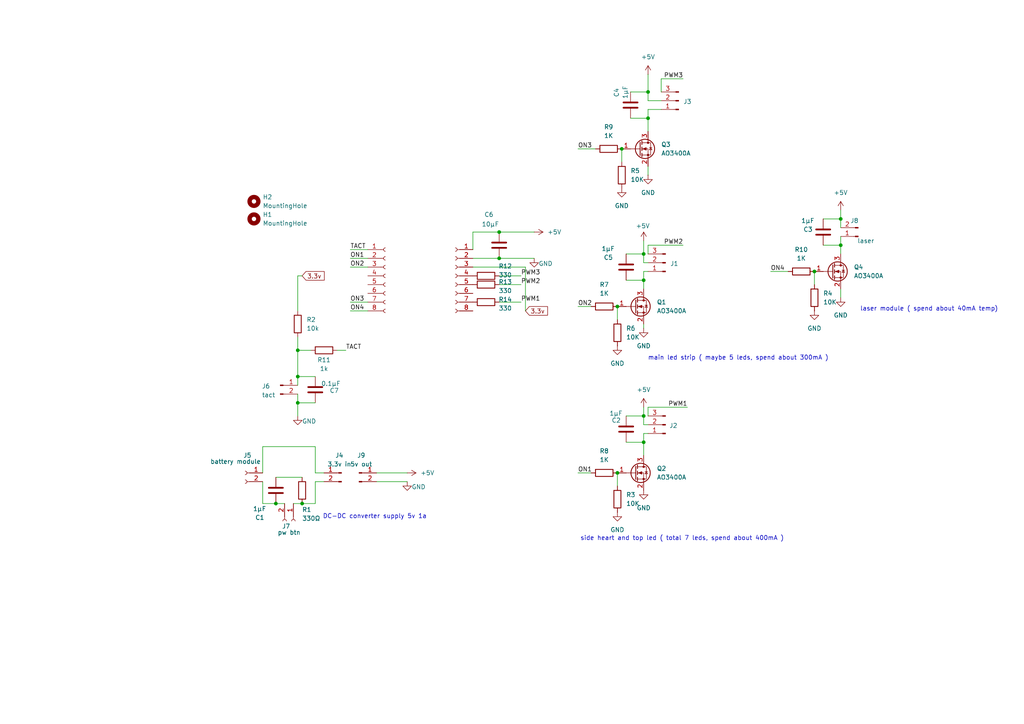
<source format=kicad_sch>
(kicad_sch (version 20250114) (generator "eeschema") (generator_version "9.0")
  (paper "A4")
  (lib_symbols
    (symbol "Connector:Conn_01x02_Pin" (pin_names (offset 1.016) (hide yes))
      (property "Reference" "J" (at 0 2.54 0))
      (property "Value" "Conn_01x02_Pin" (at 0 -5.08 0))
      (symbol "Conn_01x02_Pin_1_1"
        (rectangle (start 0.8636 0.127) (end 0 -0.127) (stroke (width 0.1524)) (fill (type outline)))
        (rectangle (start 0.8636 -2.413) (end 0 -2.667) (stroke (width 0.1524)) (fill (type outline)))
        (polyline (pts (xy 1.27 0) (xy 0.8636 0)) (stroke (width 0.1524)))
        (polyline (pts (xy 1.27 -2.54) (xy 0.8636 -2.54)) (stroke (width 0.1524)))
        (pin passive line (at 5.08 0 180) (length 3.81) (name "Pin_1") (number "1"))
        (pin passive line (at 5.08 -2.54 180) (length 3.81) (name "Pin_2") (number "2"))
      )
    )
    (symbol "Connector:Conn_01x02_Socket" (pin_names (offset 1.016) (hide yes))
      (property "Reference" "J" (at 0 2.54 0))
      (property "Value" "Conn_01x02_Socket" (at 0 -5.08 0))
      (symbol "Conn_01x02_Socket_1_1"
        (polyline (pts (xy -1.27 0) (xy -0.508 0)) (stroke (width 0.1524)))
        (polyline (pts (xy -1.27 -2.54) (xy -0.508 -2.54)) (stroke (width 0.1524)))
        (arc (start 0 -0.508) (mid -0.5058 0) (end 0 0.508) (stroke (width 0.1524)))
        (arc (start 0 -3.048) (mid -0.5058 -2.54) (end 0 -2.032) (stroke (width 0.1524)))
        (pin passive line (at -5.08 0 0) (length 3.81) (name "Pin_1") (number "1"))
        (pin passive line (at -5.08 -2.54 0) (length 3.81) (name "Pin_2") (number "2"))
      )
    )
    (symbol "Connector:Conn_01x03_Pin" (pin_names (offset 1.016) (hide yes))
      (property "Reference" "J" (at 0 5.08 0))
      (property "Value" "Conn_01x03_Pin" (at 0 -5.08 0))
      (symbol "Conn_01x03_Pin_1_1"
        (rectangle (start 0.8636 2.667) (end 0 2.413) (stroke (width 0.1524)) (fill (type outline)))
        (rectangle (start 0.8636 0.127) (end 0 -0.127) (stroke (width 0.1524)) (fill (type outline)))
        (rectangle (start 0.8636 -2.413) (end 0 -2.667) (stroke (width 0.1524)) (fill (type outline)))
        (polyline (pts (xy 1.27 2.54) (xy 0.8636 2.54)) (stroke (width 0.1524)))
        (polyline (pts (xy 1.27 0) (xy 0.8636 0)) (stroke (width 0.1524)))
        (polyline (pts (xy 1.27 -2.54) (xy 0.8636 -2.54)) (stroke (width 0.1524)))
        (pin passive line (at 5.08 2.54 180) (length 3.81) (name "Pin_1") (number "1"))
        (pin passive line (at 5.08 0 180) (length 3.81) (name "Pin_2") (number "2"))
        (pin passive line (at 5.08 -2.54 180) (length 3.81) (name "Pin_3") (number "3"))
      )
    )
    (symbol "Connector:Conn_01x08_Socket" (pin_names (offset 1.016) (hide yes))
      (property "Reference" "J" (at 0 10.16 0))
      (property "Value" "Conn_01x08_Socket" (at 0 -12.7 0))
      (symbol "Conn_01x08_Socket_1_1"
        (polyline (pts (xy -1.27 7.62) (xy -0.508 7.62)) (stroke (width 0.1524)))
        (polyline (pts (xy -1.27 5.08) (xy -0.508 5.08)) (stroke (width 0.1524)))
        (polyline (pts (xy -1.27 2.54) (xy -0.508 2.54)) (stroke (width 0.1524)))
        (polyline (pts (xy -1.27 0) (xy -0.508 0)) (stroke (width 0.1524)))
        (polyline (pts (xy -1.27 -2.54) (xy -0.508 -2.54)) (stroke (width 0.1524)))
        (polyline (pts (xy -1.27 -5.08) (xy -0.508 -5.08)) (stroke (width 0.1524)))
        (polyline (pts (xy -1.27 -7.62) (xy -0.508 -7.62)) (stroke (width 0.1524)))
        (polyline (pts (xy -1.27 -10.16) (xy -0.508 -10.16)) (stroke (width 0.1524)))
        (arc (start 0 7.112) (mid -0.5058 7.62) (end 0 8.128) (stroke (width 0.1524)))
        (arc (start 0 4.572) (mid -0.5058 5.08) (end 0 5.588) (stroke (width 0.1524)))
        (arc (start 0 2.032) (mid -0.5058 2.54) (end 0 3.048) (stroke (width 0.1524)))
        (arc (start 0 -0.508) (mid -0.5058 0) (end 0 0.508) (stroke (width 0.1524)))
        (arc (start 0 -3.048) (mid -0.5058 -2.54) (end 0 -2.032) (stroke (width 0.1524)))
        (arc (start 0 -5.588) (mid -0.5058 -5.08) (end 0 -4.572) (stroke (width 0.1524)))
        (arc (start 0 -8.128) (mid -0.5058 -7.62) (end 0 -7.112) (stroke (width 0.1524)))
        (arc (start 0 -10.668) (mid -0.5058 -10.16) (end 0 -9.652) (stroke (width 0.1524)))
        (pin passive line (at -5.08 7.62 0) (length 3.81) (name "Pin_1") (number "1"))
        (pin passive line (at -5.08 5.08 0) (length 3.81) (name "Pin_2") (number "2"))
        (pin passive line (at -5.08 2.54 0) (length 3.81) (name "Pin_3") (number "3"))
        (pin passive line (at -5.08 0 0) (length 3.81) (name "Pin_4") (number "4"))
        (pin passive line (at -5.08 -2.54 0) (length 3.81) (name "Pin_5") (number "5"))
        (pin passive line (at -5.08 -5.08 0) (length 3.81) (name "Pin_6") (number "6"))
        (pin passive line (at -5.08 -7.62 0) (length 3.81) (name "Pin_7") (number "7"))
        (pin passive line (at -5.08 -10.16 0) (length 3.81) (name "Pin_8") (number "8"))
      )
    )
    (symbol "Device:C" (pin_numbers (hide yes)) (pin_names (offset 0.254))
      (property "Reference" "C" (at 0.635 2.54 0))
      (property "Value" "C" (at 0.635 -2.54 0))
      (symbol "C_0_1"
        (polyline (pts (xy -2.032 0.762) (xy 2.032 0.762)) (stroke (width 0.508)))
        (polyline (pts (xy -2.032 -0.762) (xy 2.032 -0.762)) (stroke (width 0.508)))
      )
      (symbol "C_1_1"
        (pin passive line (at 0 3.81 270) (length 2.794) (name "~") (number "1"))
        (pin passive line (at 0 -3.81 90) (length 2.794) (name "~") (number "2"))
      )
    )
    (symbol "Device:R" (pin_numbers (hide yes)) (pin_names (offset 0))
      (property "Reference" "R" (at 2.032 0 90))
      (property "Value" "R" (at 0 0 90))
      (symbol "R_0_1"
        (rectangle (start -1.016 -2.54) (end 1.016 2.54) (stroke (width 0.254)))
      )
      (symbol "R_1_1"
        (pin passive line (at 0 3.81 270) (length 1.27) (name "~") (number "1"))
        (pin passive line (at 0 -3.81 90) (length 1.27) (name "~") (number "2"))
      )
    )
    (symbol "Mechanical:MountingHole" (pin_names (offset 1.016)) (in_bom no)
      (property "Reference" "H" (at 0 5.08 0))
      (property "Value" "MountingHole" (at 0 3.175 0))
      (symbol "MountingHole_0_1"
        (circle (center 0 0) (radius 1.27) (stroke (width 1.27)))
      )
    )
    (symbol "Transistor_FET:AO3400A" (pin_names (offset 0) (hide yes))
      (property "Reference" "Q" (at 5.08 1.905 0))
      (property "Value" "AO3400A" (at 5.08 0 0))
      (symbol "AO3400A_0_1"
        (polyline (pts (xy 0.254 1.905) (xy 0.254 -1.905)) (stroke (width 0.254)))
        (polyline (pts (xy 0.254 0) (xy -2.54 0)))
        (polyline (pts (xy 0.762 2.286) (xy 0.762 1.27)) (stroke (width 0.254)))
        (polyline (pts (xy 0.762 0.508) (xy 0.762 -0.508)) (stroke (width 0.254)))
        (polyline (pts (xy 0.762 -1.27) (xy 0.762 -2.286)) (stroke (width 0.254)))
        (polyline (pts (xy 0.762 -1.778) (xy 3.302 -1.778) (xy 3.302 1.778) (xy 0.762 1.778)))
        (polyline (pts (xy 1.016 0) (xy 2.032 0.381) (xy 2.032 -0.381) (xy 1.016 0)) (fill (type outline)))
        (circle (center 1.651 0) (radius 2.794) (stroke (width 0.254)))
        (polyline (pts (xy 2.54 2.54) (xy 2.54 1.778)))
        (circle (center 2.54 1.778) (radius 0.254) (fill (type outline)))
        (circle (center 2.54 -1.778) (radius 0.254) (fill (type outline)))
        (polyline (pts (xy 2.54 -2.54) (xy 2.54 0) (xy 0.762 0)))
        (polyline (pts (xy 2.921 0.381) (xy 3.683 0.381)))
        (polyline (pts (xy 3.302 0.381) (xy 2.921 -0.254) (xy 3.683 -0.254) (xy 3.302 0.381)))
      )
      (symbol "AO3400A_1_1"
        (pin input line (at -5.08 0 0) (length 2.54) (name "G") (number "1"))
        (pin passive line (at 2.54 5.08 270) (length 2.54) (name "D") (number "3"))
        (pin passive line (at 2.54 -5.08 90) (length 2.54) (name "S") (number "2"))
      )
    )
    (symbol "power:+5V" (power) (pin_numbers (hide yes)) (pin_names (offset 0) (hide yes))
      (property "Value" "+5V" (at 0 3.556 0))
      (symbol "+5V_0_1"
        (polyline (pts (xy -0.762 1.27) (xy 0 2.54)))
        (polyline (pts (xy 0 2.54) (xy 0.762 1.27)))
        (polyline (pts (xy 0 0) (xy 0 2.54)))
      )
      (symbol "+5V_1_1"
        (pin power_in line (at 0 0 90) (length 0) (name "~") (number "1"))
      )
    )
    (symbol "power:GND" (power) (pin_numbers (hide yes)) (pin_names (offset 0) (hide yes))
      (property "Value" "GND" (at 0 -3.81 0))
      (symbol "GND_0_1"
        (polyline (pts (xy 0 0) (xy 0 -1.27) (xy 1.27 -1.27) (xy 0 -2.54) (xy -1.27 -1.27) (xy 0 -1.27)))
      )
      (symbol "GND_1_1"
        (pin power_in line (at 0 0 270) (length 0) (name "~") (number "1"))
      )
    )
  )
  (text "DC-DC converter supply 5v 1a" (at 108.712 149.86 0) (effects (font (size 1.27 1.27))))
  (text "main led strip ( maybe 5 leds, spend about 300mA )" (at 214.122 103.886 0) (effects (font (size 1.27 1.27))))
  (text "laser module ( spend about 40mA temp)" (at 269.494 89.662 0) (effects (font (size 1.27 1.27))))
  (text "side heart and top led ( total 7 leds, spend about 400mA )\n\n" (at 197.866 157.226 0) (effects (font (size 1.27 1.27))))
  (junction (at 243.84 71.12))
  (junction (at 186.69 81.28))
  (junction (at 179.07 88.9))
  (junction (at 186.69 120.65))
  (junction (at 87.63 146.05))
  (junction (at 187.96 26.67))
  (junction (at 187.96 34.29))
  (junction (at 186.69 128.27))
  (junction (at 80.01 146.05))
  (junction (at 186.69 73.66))
  (junction (at 144.78 74.93))
  (junction (at 86.36 116.84))
  (junction (at 144.78 67.31))
  (junction (at 236.22 78.74))
  (junction (at 86.36 101.6))
  (junction (at 86.36 109.22))
  (junction (at 243.84 63.5))
  (junction (at 180.34 43.18))
  (junction (at 179.07 137.16))
  (wire (pts (xy 187.96 123.19) (xy 186.69 123.19)))
  (wire (pts (xy 236.22 78.74) (xy 236.22 82.55)))
  (wire (pts (xy 187.96 71.12) (xy 198.12 71.12)))
  (wire (pts (xy 152.4 77.47) (xy 152.4 90.17)))
  (wire (pts (xy 186.69 118.11) (xy 186.69 120.65)))
  (wire (pts (xy 91.44 137.16) (xy 91.44 129.54)))
  (wire (pts (xy 144.78 87.63) (xy 151.13 87.63)))
  (wire (pts (xy 179.07 88.9) (xy 179.07 92.71)))
  (wire (pts (xy 186.69 81.28) (xy 186.69 83.82)))
  (wire (pts (xy 187.96 120.65) (xy 187.96 118.11)))
  (wire (pts (xy 181.61 128.27) (xy 186.69 128.27)))
  (wire (pts (xy 101.6 72.39) (xy 106.68 72.39)))
  (wire (pts (xy 86.36 80.01) (xy 87.63 80.01)))
  (wire (pts (xy 109.22 139.7) (xy 118.11 139.7)))
  (wire (pts (xy 191.77 22.86) (xy 198.12 22.86)))
  (wire (pts (xy 76.2 146.05) (xy 80.01 146.05)))
  (wire (pts (xy 101.6 74.93) (xy 106.68 74.93)))
  (wire (pts (xy 91.44 139.7) (xy 91.44 146.05)))
  (wire (pts (xy 186.69 93.98) (xy 186.69 95.25)))
  (wire (pts (xy 137.16 74.93) (xy 144.78 74.93)))
  (wire (pts (xy 97.79 101.6) (xy 100.33 101.6)))
  (wire (pts (xy 86.36 101.6) (xy 90.17 101.6)))
  (wire (pts (xy 186.69 81.28) (xy 186.69 78.74)))
  (wire (pts (xy 101.6 90.17) (xy 106.68 90.17)))
  (wire (pts (xy 180.34 43.18) (xy 180.34 46.99)))
  (wire (pts (xy 86.36 116.84) (xy 86.36 120.65)))
  (wire (pts (xy 85.09 146.05) (xy 87.63 146.05)))
  (wire (pts (xy 243.84 86.36) (xy 243.84 83.82)))
  (wire (pts (xy 144.78 67.31) (xy 154.94 67.31)))
  (wire (pts (xy 187.96 34.29) (xy 187.96 31.75)))
  (wire (pts (xy 167.64 88.9) (xy 171.45 88.9)))
  (wire (pts (xy 186.69 76.2) (xy 187.96 76.2)))
  (wire (pts (xy 144.78 82.55) (xy 151.13 82.55)))
  (wire (pts (xy 86.36 114.3) (xy 86.36 116.84)))
  (wire (pts (xy 167.64 43.18) (xy 172.72 43.18)))
  (wire (pts (xy 76.2 137.16) (xy 76.2 129.54)))
  (wire (pts (xy 223.52 78.74) (xy 228.6 78.74)))
  (wire (pts (xy 91.44 139.7) (xy 93.98 139.7)))
  (wire (pts (xy 243.84 71.12) (xy 243.84 73.66)))
  (wire (pts (xy 181.61 120.65) (xy 186.69 120.65)))
  (wire (pts (xy 144.78 74.93) (xy 154.94 74.93)))
  (wire (pts (xy 86.36 116.84) (xy 91.44 116.84)))
  (wire (pts (xy 187.96 34.29) (xy 187.96 38.1)))
  (wire (pts (xy 186.69 128.27) (xy 186.69 132.08)))
  (wire (pts (xy 187.96 118.11) (xy 199.39 118.11)))
  (wire (pts (xy 186.69 123.19) (xy 186.69 120.65)))
  (wire (pts (xy 93.98 137.16) (xy 91.44 137.16)))
  (wire (pts (xy 238.76 63.5) (xy 243.84 63.5)))
  (wire (pts (xy 179.07 137.16) (xy 179.07 140.97)))
  (wire (pts (xy 187.96 29.21) (xy 187.96 26.67)))
  (wire (pts (xy 101.6 77.47) (xy 106.68 77.47)))
  (wire (pts (xy 86.36 97.79) (xy 86.36 101.6)))
  (wire (pts (xy 187.96 31.75) (xy 191.77 31.75)))
  (wire (pts (xy 186.69 125.73) (xy 187.96 125.73)))
  (wire (pts (xy 101.6 87.63) (xy 106.68 87.63)))
  (wire (pts (xy 186.69 128.27) (xy 186.69 125.73)))
  (wire (pts (xy 243.84 60.96) (xy 243.84 63.5)))
  (wire (pts (xy 187.96 29.21) (xy 191.77 29.21)))
  (wire (pts (xy 86.36 109.22) (xy 91.44 109.22)))
  (wire (pts (xy 182.88 34.29) (xy 187.96 34.29)))
  (wire (pts (xy 187.96 50.8) (xy 187.96 48.26)))
  (wire (pts (xy 137.16 77.47) (xy 152.4 77.47)))
  (wire (pts (xy 137.16 67.31) (xy 144.78 67.31)))
  (wire (pts (xy 86.36 109.22) (xy 86.36 111.76)))
  (wire (pts (xy 167.64 137.16) (xy 171.45 137.16)))
  (wire (pts (xy 80.01 138.43) (xy 87.63 138.43)))
  (wire (pts (xy 80.01 146.05) (xy 82.55 146.05)))
  (wire (pts (xy 76.2 146.05) (xy 76.2 139.7)))
  (wire (pts (xy 181.61 73.66) (xy 186.69 73.66)))
  (wire (pts (xy 144.78 80.01) (xy 151.13 80.01)))
  (wire (pts (xy 109.22 137.16) (xy 118.11 137.16)))
  (wire (pts (xy 186.69 69.85) (xy 186.69 73.66)))
  (wire (pts (xy 238.76 71.12) (xy 243.84 71.12)))
  (wire (pts (xy 86.36 80.01) (xy 86.36 90.17)))
  (wire (pts (xy 86.36 101.6) (xy 86.36 109.22)))
  (wire (pts (xy 187.96 73.66) (xy 187.96 71.12)))
  (wire (pts (xy 181.61 81.28) (xy 186.69 81.28)))
  (wire (pts (xy 87.63 146.05) (xy 91.44 146.05)))
  (wire (pts (xy 186.69 78.74) (xy 187.96 78.74)))
  (wire (pts (xy 187.96 21.59) (xy 187.96 26.67)))
  (wire (pts (xy 182.88 26.67) (xy 187.96 26.67)))
  (wire (pts (xy 243.84 66.04) (xy 243.84 63.5)))
  (wire (pts (xy 191.77 26.67) (xy 191.77 22.86)))
  (wire (pts (xy 76.2 129.54) (xy 91.44 129.54)))
  (wire (pts (xy 186.69 73.66) (xy 186.69 76.2)))
  (wire (pts (xy 137.16 72.39) (xy 137.16 67.31)))
  (wire (pts (xy 243.84 71.12) (xy 243.84 68.58)))
  (label "PWM1" (at 151.13 87.63 0))
  (label "ON3" (at 167.64 43.18 0))
  (label "ON3" (at 101.6 87.63 0))
  (label "TACT" (at 100.33 101.6 0))
  (label "ON4" (at 223.52 78.74 0))
  (label "PWM2" (at 198.12 71.12 180))
  (label "ON2" (at 167.64 88.9 0))
  (label "ON1" (at 101.6 74.93 0))
  (label "PWM1" (at 199.39 118.11 180))
  (label "ON2" (at 101.6 77.47 0))
  (label "PWM2" (at 151.13 82.55 0))
  (label "ON4" (at 101.6 90.17 0))
  (label "ON1" (at 167.64 137.16 0))
  (label "PWM3" (at 198.12 22.86 180))
  (label "PWM3" (at 151.13 80.01 0))
  (label "TACT" (at 101.6 72.39 0))
  (global_label "3.3v" (shape input) (at 87.63 80.01 0) (property "Intersheetrefs" "${INTERSHEET_REFS}" (effects (hide yes))))
  (global_label "3.3v" (shape input) (at 152.4 90.17 0) (property "Intersheetrefs" "${INTERSHEET_REFS}" (effects (hide yes))))
  (symbol (lib_id "power:GND") (at 118.11 139.7 0) (unit 1)
    (property "Reference" "#PWR08" (effects (hide yes)))
    (property "Value" "GND" (at 121.412 141.224 0))
    (property "Description" "Power symbol creates a global label with name \"GND\" , ground" (effects (hide yes)))
  )
  (symbol (lib_id "power:GND") (at 186.69 142.24 0) (unit 1)
    (property "Reference" "#PWR010" (effects (hide yes)))
    (property "Value" "GND" (at 186.69 147.32 0))
    (property "Description" "Power symbol creates a global label with name \"GND\" , ground" (effects (hide yes)))
  )
  (symbol (lib_id "Device:C") (at 91.44 113.03 0) (unit 1)
    (property "Reference" "C7" (at 98.298 113.284 0) (effects (justify right)))
    (property "Value" "0.1μF" (at 98.806 111.252 0) (effects (justify right)))
    (property "Footprint" "Capacitor_SMD:C_0603_1608Metric_Pad1.08x0.95mm_HandSolder" (effects (hide yes)))
    (property "Description" "Unpolarized capacitor" (effects (hide yes)))
  )
  (symbol (lib_id "Connector:Conn_01x02_Pin") (at 104.14 137.16 0) (unit 1)
    (property "Reference" "J9" (at 104.775 132.08 0))
    (property "Value" "5v out" (at 104.775 134.62 0))
    (property "Footprint" "customs:stepup in" (effects (hide yes)))
    (property "Description" "Generic connector, single row, 01x02, script generated" (effects (hide yes)))
  )
  (symbol (lib_id "Transistor_FET:AO3400A") (at 241.3 78.74 0) (unit 1)
    (property "Reference" "Q4" (at 247.65 77.4699 0) (effects (justify left)))
    (property "Value" "AO3400A" (at 247.65 80.0099 0) (effects (justify left)))
    (property "Footprint" "Package_TO_SOT_SMD:SOT-23" (effects (hide yes)))
    (property "Datasheet" "http://www.aosmd.com/pdfs/datasheet/AO3400A.pdf" (effects (hide yes)))
    (property "Description" "30V Vds, 5.7A Id, N-Channel MOSFET, SOT-23" (effects (hide yes)))
  )
  (symbol (lib_id "Device:C") (at 238.76 67.31 0) (unit 1)
    (property "Reference" "C3" (at 235.712 66.548 0) (effects (justify right)))
    (property "Value" "1μF" (at 236.22 64.008 0) (effects (justify right)))
    (property "Footprint" "Capacitor_SMD:C_0603_1608Metric_Pad1.08x0.95mm_HandSolder" (effects (hide yes)))
    (property "Description" "Unpolarized capacitor" (effects (hide yes)))
  )
  (symbol (lib_id "power:GND") (at 179.07 100.33 0) (unit 1)
    (property "Reference" "#PWR017" (effects (hide yes)))
    (property "Value" "GND" (at 179.07 105.41 0))
    (property "Description" "Power symbol creates a global label with name \"GND\" , ground" (effects (hide yes)))
  )
  (symbol (lib_id "Device:C") (at 80.01 142.24 180) (unit 1)
    (property "Reference" "C1" (at 76.708 150.114 0) (effects (justify left)))
    (property "Value" "1μF" (at 77.216 147.574 0) (effects (justify left)))
    (property "Footprint" "Capacitor_SMD:C_0603_1608Metric_Pad1.08x0.95mm_HandSolder" (effects (hide yes)))
    (property "Description" "Unpolarized capacitor" (effects (hide yes)))
  )
  (symbol (lib_id "power:+5V") (at 154.94 67.31 270) (unit 1)
    (property "Reference" "#PWR011" (effects (hide yes)))
    (property "Value" "+5V" (at 158.75 67.3099 90) (effects (justify left)))
    (property "Description" "Power symbol creates a global label with name \"+5V\"" (effects (hide yes)))
  )
  (symbol (lib_id "power:+5V") (at 186.69 118.11 0) (mirror y) (unit 1)
    (property "Reference" "#PWR05" (effects (hide yes)))
    (property "Value" "+5V" (at 186.69 113.03 0))
    (property "Description" "Power symbol creates a global label with name \"+5V\"" (effects (hide yes)))
  )
  (symbol (lib_id "Mechanical:MountingHole") (at 73.66 58.42 0) (unit 1) (in_bom no)
    (property "Reference" "H2" (at 76.2 57.1499 0) (effects (justify left)))
    (property "Value" "MountingHole" (at 76.2 59.6899 0) (effects (justify left)))
    (property "Footprint" "MountingHole:MountingHole_3.2mm_M3" (effects (hide yes)))
    (property "Description" "Mounting Hole without connection" (effects (hide yes)))
  )
  (symbol (lib_id "Connector:Conn_01x08_Socket") (at 111.76 80.01 0) (unit 1)
    (property "Reference" "J11" (effects (hide yes)))
    (property "Value" "Conn_01x08_Socket" (effects (hide yes)))
    (property "Footprint" "Connector_PinHeader_2.54mm:PinHeader_1x08_P2.54mm_Vertical" (effects (hide yes)))
    (property "Description" "Generic connector, single row, 01x08, script generated" (effects (hide yes)))
  )
  (symbol (lib_id "power:+5V") (at 187.96 21.59 0) (mirror y) (unit 1)
    (property "Reference" "#PWR03" (effects (hide yes)))
    (property "Value" "+5V" (at 187.96 16.51 0))
    (property "Description" "Power symbol creates a global label with name \"+5V\"" (effects (hide yes)))
  )
  (symbol (lib_id "Connector:Conn_01x08_Socket") (at 132.08 80.01 0) (mirror y) (unit 1)
    (property "Reference" "J10" (effects (hide yes)))
    (property "Value" "Conn_01x08_Socket" (effects (hide yes)))
    (property "Footprint" "Connector_PinHeader_2.54mm:PinHeader_1x08_P2.54mm_Vertical" (effects (hide yes)))
    (property "Description" "Generic connector, single row, 01x08, script generated" (effects (hide yes)))
  )
  (symbol (lib_id "power:GND") (at 236.22 90.17 0) (unit 1)
    (property "Reference" "#PWR019" (effects (hide yes)))
    (property "Value" "GND" (at 236.22 95.25 0))
    (property "Description" "Power symbol creates a global label with name \"GND\" , ground" (effects (hide yes)))
  )
  (symbol (lib_id "Connector:Conn_01x02_Pin") (at 81.28 111.76 0) (unit 1)
    (property "Reference" "J6" (at 75.946 112.014 0) (effects (justify left)))
    (property "Value" "tact" (at 75.946 114.554 0) (effects (justify left)))
    (property "Footprint" "Connector_JST:JST_XH_B2B-XH-A_1x02_P2.50mm_Vertical" (effects (hide yes)))
    (property "Description" "Generic connector, single row, 01x02, script generated" (effects (hide yes)))
  )
  (symbol (lib_id "Device:R") (at 86.36 93.98 0) (unit 1)
    (property "Reference" "R2" (at 88.9 92.7099 0) (effects (justify left)))
    (property "Value" "10k" (at 88.9 95.2499 0) (effects (justify left)))
    (property "Footprint" "Capacitor_SMD:C_0603_1608Metric_Pad1.08x0.95mm_HandSolder" (effects (hide yes)))
    (property "Description" "Resistor" (effects (hide yes)))
  )
  (symbol (lib_id "Transistor_FET:AO3400A") (at 184.15 88.9 0) (unit 1)
    (property "Reference" "Q1" (at 190.5 87.6299 0) (effects (justify left)))
    (property "Value" "AO3400A" (at 190.5 90.1699 0) (effects (justify left)))
    (property "Footprint" "Package_TO_SOT_SMD:SOT-23" (effects (hide yes)))
    (property "Datasheet" "http://www.aosmd.com/pdfs/datasheet/AO3400A.pdf" (effects (hide yes)))
    (property "Description" "30V Vds, 5.7A Id, N-Channel MOSFET, SOT-23" (effects (hide yes)))
  )
  (symbol (lib_id "Connector:Conn_01x03_Pin") (at 193.04 76.2 180) (unit 1)
    (property "Reference" "J1" (at 195.58 76.454 0))
    (property "Value" "Conn_01x03_Pin" (effects (hide yes)))
    (property "Footprint" "Connector_JST:JST_XH_B3B-XH-A_1x03_P2.50mm_Vertical" (effects (hide yes)))
    (property "Description" "Generic connector, single row, 01x03, script generated" (effects (hide yes)))
  )
  (symbol (lib_id "Device:R") (at 180.34 50.8 180) (unit 1)
    (property "Reference" "R5" (at 182.88 49.5299 0) (effects (justify right)))
    (property "Value" "10K" (at 182.88 52.0699 0) (effects (justify right)))
    (property "Footprint" "Capacitor_SMD:C_0603_1608Metric_Pad1.08x0.95mm_HandSolder" (effects (hide yes)))
    (property "Description" "Resistor" (effects (hide yes)))
  )
  (symbol (lib_id "power:GND") (at 179.07 148.59 0) (unit 1)
    (property "Reference" "#PWR020" (effects (hide yes)))
    (property "Value" "GND" (at 179.07 153.67 0))
    (property "Description" "Power symbol creates a global label with name \"GND\" , ground" (effects (hide yes)))
  )
  (symbol (lib_id "Connector:Conn_01x03_Pin") (at 196.85 29.21 180) (unit 1)
    (property "Reference" "J3" (at 199.39 29.464 0))
    (property "Value" "Conn_01x03_Pin" (effects (hide yes)))
    (property "Footprint" "Connector_JST:JST_XH_B3B-XH-A_1x03_P2.50mm_Vertical" (effects (hide yes)))
    (property "Description" "Generic connector, single row, 01x03, script generated" (effects (hide yes)))
  )
  (symbol (lib_id "Device:R") (at 236.22 86.36 180) (unit 1)
    (property "Reference" "R4" (at 238.76 85.0899 0) (effects (justify right)))
    (property "Value" "10K" (at 238.76 87.6299 0) (effects (justify right)))
    (property "Footprint" "Capacitor_SMD:C_0603_1608Metric_Pad1.08x0.95mm_HandSolder" (effects (hide yes)))
    (property "Description" "Resistor" (effects (hide yes)))
  )
  (symbol (lib_id "Device:R") (at 87.63 142.24 180) (unit 1)
    (property "Reference" "R1" (at 87.63 147.828 0) (effects (justify right)))
    (property "Value" "330Ω" (at 87.63 150.368 0) (effects (justify right)))
    (property "Footprint" "Capacitor_SMD:C_0603_1608Metric_Pad1.08x0.95mm_HandSolder" (effects (hide yes)))
    (property "Description" "Resistor" (effects (hide yes)))
  )
  (symbol (lib_id "Transistor_FET:AO3400A") (at 184.15 137.16 0) (unit 1)
    (property "Reference" "Q2" (at 190.5 135.8899 0) (effects (justify left)))
    (property "Value" "AO3400A" (at 190.5 138.4299 0) (effects (justify left)))
    (property "Footprint" "Package_TO_SOT_SMD:SOT-23" (effects (hide yes)))
    (property "Datasheet" "http://www.aosmd.com/pdfs/datasheet/AO3400A.pdf" (effects (hide yes)))
    (property "Description" "30V Vds, 5.7A Id, N-Channel MOSFET, SOT-23" (effects (hide yes)))
  )
  (symbol (lib_id "power:GND") (at 154.94 74.93 0) (unit 1)
    (property "Reference" "#PWR012" (effects (hide yes)))
    (property "Value" "GND" (at 158.242 76.454 0))
    (property "Description" "Power symbol creates a global label with name \"GND\" , ground" (effects (hide yes)))
  )
  (symbol (lib_id "Device:R") (at 179.07 96.52 180) (unit 1)
    (property "Reference" "R6" (at 181.61 95.2499 0) (effects (justify right)))
    (property "Value" "10K" (at 181.61 97.7899 0) (effects (justify right)))
    (property "Footprint" "Capacitor_SMD:C_0603_1608Metric_Pad1.08x0.95mm_HandSolder" (effects (hide yes)))
    (property "Description" "Resistor" (effects (hide yes)))
  )
  (symbol (lib_id "power:GND") (at 180.34 54.61 0) (unit 1)
    (property "Reference" "#PWR018" (effects (hide yes)))
    (property "Value" "GND" (at 180.34 59.69 0))
    (property "Description" "Power symbol creates a global label with name \"GND\" , ground" (effects (hide yes)))
  )
  (symbol (lib_id "Device:C") (at 144.78 71.12 0) (unit 1)
    (property "Reference" "C6" (at 140.462 62.23 0) (effects (justify left)))
    (property "Value" "10μF" (at 139.7 65.024 0) (effects (justify left)))
    (property "Footprint" "Capacitor_SMD:C_0603_1608Metric_Pad1.08x0.95mm_HandSolder" (effects (hide yes)))
    (property "Description" "Unpolarized capacitor" (effects (hide yes)))
  )
  (symbol (lib_id "power:GND") (at 187.96 50.8 0) (unit 1)
    (property "Reference" "#PWR01" (effects (hide yes)))
    (property "Value" "GND" (at 187.96 55.88 0))
    (property "Description" "Power symbol creates a global label with name \"GND\" , ground" (effects (hide yes)))
  )
  (symbol (lib_id "Device:R") (at 175.26 137.16 90) (unit 1)
    (property "Reference" "R8" (at 175.26 130.81 90))
    (property "Value" "1K" (at 175.26 133.35 90))
    (property "Footprint" "Capacitor_SMD:C_0603_1608Metric_Pad1.08x0.95mm_HandSolder" (effects (hide yes)))
    (property "Description" "Resistor" (effects (hide yes)))
  )
  (symbol (lib_id "Device:C") (at 181.61 124.46 0) (unit 1)
    (property "Reference" "C2" (at 180.086 121.92 0) (effects (justify right)))
    (property "Value" "1μF" (at 180.594 119.888 0) (effects (justify right)))
    (property "Footprint" "Capacitor_SMD:C_0603_1608Metric_Pad1.08x0.95mm_HandSolder" (effects (hide yes)))
    (property "Description" "Unpolarized capacitor" (effects (hide yes)))
  )
  (symbol (lib_id "Mechanical:MountingHole") (at 73.66 63.5 0) (unit 1) (in_bom no)
    (property "Reference" "H1" (at 76.2 62.2299 0) (effects (justify left)))
    (property "Value" "MountingHole" (at 76.2 64.7699 0) (effects (justify left)))
    (property "Footprint" "MountingHole:MountingHole_3.2mm_M3" (effects (hide yes)))
    (property "Description" "Mounting Hole without connection" (effects (hide yes)))
  )
  (symbol (lib_id "Device:R") (at 232.41 78.74 90) (unit 1)
    (property "Reference" "R10" (at 232.41 72.39 90))
    (property "Value" "1K" (at 232.41 74.93 90))
    (property "Footprint" "Capacitor_SMD:C_0603_1608Metric_Pad1.08x0.95mm_HandSolder" (effects (hide yes)))
    (property "Description" "Resistor" (effects (hide yes)))
  )
  (symbol (lib_id "power:GND") (at 86.36 120.65 0) (unit 1)
    (property "Reference" "#PWR013" (effects (hide yes)))
    (property "Value" "GND" (at 89.662 122.174 0))
    (property "Description" "Power symbol creates a global label with name \"GND\" , ground" (effects (hide yes)))
  )
  (symbol (lib_id "power:+5V") (at 243.84 60.96 0) (unit 1)
    (property "Reference" "#PWR02" (effects (hide yes)))
    (property "Value" "+5V" (at 243.84 55.88 0))
    (property "Description" "Power symbol creates a global label with name \"+5V\"" (effects (hide yes)))
  )
  (symbol (lib_id "power:+5V") (at 186.69 69.85 0) (mirror y) (unit 1)
    (property "Reference" "#PWR04" (effects (hide yes)))
    (property "Value" "+5V" (at 186.436 65.532 0))
    (property "Description" "Power symbol creates a global label with name \"+5V\"" (effects (hide yes)))
  )
  (symbol (lib_id "power:GND") (at 243.84 86.36 0) (unit 1)
    (property "Reference" "#PWR07" (effects (hide yes)))
    (property "Value" "GND" (at 243.84 91.44 0))
    (property "Description" "Power symbol creates a global label with name \"GND\" , ground" (effects (hide yes)))
  )
  (symbol (lib_id "Connector:Conn_01x02_Socket") (at 85.09 151.13 270) (unit 1)
    (property "Reference" "J7" (at 81.788 152.654 90) (effects (justify left)))
    (property "Value" "pw btn" (at 80.518 154.432 90) (effects (justify left)))
    (property "Footprint" "Connector_JST:JST_XH_B2B-XH-A_1x02_P2.50mm_Vertical" (effects (hide yes)))
    (property "Description" "Generic connector, single row, 01x02, script generated" (effects (hide yes)))
  )
  (symbol (lib_id "power:GND") (at 186.69 95.25 0) (unit 1)
    (property "Reference" "#PWR09" (effects (hide yes)))
    (property "Value" "GND" (at 186.69 100.33 0))
    (property "Description" "Power symbol creates a global label with name \"GND\" , ground" (effects (hide yes)))
  )
  (symbol (lib_id "Device:R") (at 140.97 80.01 90) (unit 1)
    (property "Reference" "R12" (at 146.558 77.216 90))
    (property "Value" "330" (at 146.558 79.756 90))
    (property "Footprint" "Capacitor_SMD:C_0603_1608Metric_Pad1.08x0.95mm_HandSolder" (effects (hide yes)))
    (property "Description" "Resistor" (effects (hide yes)))
  )
  (symbol (lib_id "Device:C") (at 181.61 77.47 0) (unit 1)
    (property "Reference" "C5" (at 177.8 74.676 0) (effects (justify right)))
    (property "Value" "1μF" (at 178.308 72.136 0) (effects (justify right)))
    (property "Footprint" "Capacitor_SMD:C_0603_1608Metric_Pad1.08x0.95mm_HandSolder" (effects (hide yes)))
    (property "Description" "Unpolarized capacitor" (effects (hide yes)))
  )
  (symbol (lib_id "Device:R") (at 140.97 87.63 90) (unit 1)
    (property "Reference" "R14" (at 146.558 86.868 90))
    (property "Value" "330" (at 146.558 89.408 90))
    (property "Footprint" "Capacitor_SMD:C_0603_1608Metric_Pad1.08x0.95mm_HandSolder" (effects (hide yes)))
    (property "Description" "Resistor" (effects (hide yes)))
  )
  (symbol (lib_id "power:+5V") (at 118.11 137.16 270) (unit 1)
    (property "Reference" "#PWR06" (effects (hide yes)))
    (property "Value" "+5V" (at 121.92 137.1599 90) (effects (justify left)))
    (property "Description" "Power symbol creates a global label with name \"+5V\"" (effects (hide yes)))
  )
  (symbol (lib_id "Device:R") (at 176.53 43.18 90) (unit 1)
    (property "Reference" "R9" (at 176.53 36.83 90))
    (property "Value" "1K" (at 176.53 39.37 90))
    (property "Footprint" "Capacitor_SMD:C_0603_1608Metric_Pad1.08x0.95mm_HandSolder" (effects (hide yes)))
    (property "Description" "Resistor" (effects (hide yes)))
  )
  (symbol (lib_id "Device:R") (at 175.26 88.9 90) (unit 1)
    (property "Reference" "R7" (at 175.26 82.55 90))
    (property "Value" "1K" (at 175.26 85.09 90))
    (property "Footprint" "Capacitor_SMD:C_0603_1608Metric_Pad1.08x0.95mm_HandSolder" (effects (hide yes)))
    (property "Description" "Resistor" (effects (hide yes)))
  )
  (symbol (lib_id "Connector:Conn_01x02_Pin") (at 248.92 68.58 180) (unit 1)
    (property "Reference" "J8" (at 246.634 64.008 0) (effects (justify right)))
    (property "Value" "laser" (at 248.666 69.85 0) (effects (justify right)))
    (property "Footprint" "Connector_JST:JST_XH_B2B-XH-A_1x02_P2.50mm_Vertical" (effects (hide yes)))
    (property "Description" "Generic connector, single row, 01x02, script generated" (effects (hide yes)))
  )
  (symbol (lib_id "Device:C") (at 182.88 30.48 0) (unit 1)
    (property "Reference" "C4" (at 178.816 28.194 90) (effects (justify left)))
    (property "Value" "1μF" (at 181.356 28.702 90) (effects (justify left)))
    (property "Footprint" "Capacitor_SMD:C_0603_1608Metric_Pad1.08x0.95mm_HandSolder" (effects (hide yes)))
    (property "Description" "Unpolarized capacitor" (effects (hide yes)))
  )
  (symbol (lib_id "Connector:Conn_01x03_Pin") (at 193.04 123.19 180) (unit 1)
    (property "Reference" "J2" (at 195.326 123.444 0))
    (property "Value" "Conn_01x03_Pin" (effects (hide yes)))
    (property "Footprint" "Connector_JST:JST_XH_B3B-XH-A_1x03_P2.50mm_Vertical" (effects (hide yes)))
    (property "Description" "Generic connector, single row, 01x03, script generated" (effects (hide yes)))
  )
  (symbol (lib_id "Device:R") (at 140.97 82.55 90) (unit 1)
    (property "Reference" "R13" (at 146.558 81.788 90))
    (property "Value" "330" (at 146.558 84.328 90))
    (property "Footprint" "Capacitor_SMD:C_0603_1608Metric_Pad1.08x0.95mm_HandSolder" (effects (hide yes)))
    (property "Description" "Resistor" (effects (hide yes)))
  )
  (symbol (lib_id "Device:R") (at 179.07 144.78 180) (unit 1)
    (property "Reference" "R3" (at 181.61 143.5099 0) (effects (justify right)))
    (property "Value" "10K" (at 181.61 146.0499 0) (effects (justify right)))
    (property "Footprint" "Capacitor_SMD:C_0603_1608Metric_Pad1.08x0.95mm_HandSolder" (effects (hide yes)))
    (property "Description" "Resistor" (effects (hide yes)))
  )
  (symbol (lib_id "Connector:Conn_01x02_Pin") (at 99.06 137.16 0) (mirror y) (unit 1)
    (property "Reference" "J4" (at 98.425 132.08 0))
    (property "Value" "3.3v in" (at 98.425 134.62 0))
    (property "Footprint" "customs:제목 없음" (effects (hide yes)))
    (property "Description" "Generic connector, single row, 01x02, script generated" (effects (hide yes)))
  )
  (symbol (lib_id "Device:R") (at 93.98 101.6 90) (unit 1)
    (property "Reference" "R11" (at 93.98 104.394 90))
    (property "Value" "1k" (at 93.98 106.934 90))
    (property "Footprint" "Capacitor_SMD:C_0603_1608Metric_Pad1.08x0.95mm_HandSolder" (effects (hide yes)))
    (property "Description" "Resistor" (effects (hide yes)))
  )
  (symbol (lib_id "Transistor_FET:AO3400A") (at 185.42 43.18 0) (unit 1)
    (property "Reference" "Q3" (at 191.77 41.9099 0) (effects (justify left)))
    (property "Value" "AO3400A" (at 191.77 44.4499 0) (effects (justify left)))
    (property "Footprint" "Package_TO_SOT_SMD:SOT-23" (effects (hide yes)))
    (property "Datasheet" "http://www.aosmd.com/pdfs/datasheet/AO3400A.pdf" (effects (hide yes)))
    (property "Description" "30V Vds, 5.7A Id, N-Channel MOSFET, SOT-23" (effects (hide yes)))
  )
  (symbol (lib_id "Connector:Conn_01x02_Socket") (at 71.12 137.16 0) (mirror y) (unit 1)
    (property "Reference" "J5" (at 71.755 132.08 0))
    (property "Value" "battery module" (at 68.326 133.858 0))
    (property "Footprint" "Connector_JST:JST_XH_B2B-XH-A_1x02_P2.50mm_Vertical" (effects (hide yes)))
    (property "Description" "Generic connector, single row, 01x02, script generated" (effects (hide yes)))
  )
)
</source>
